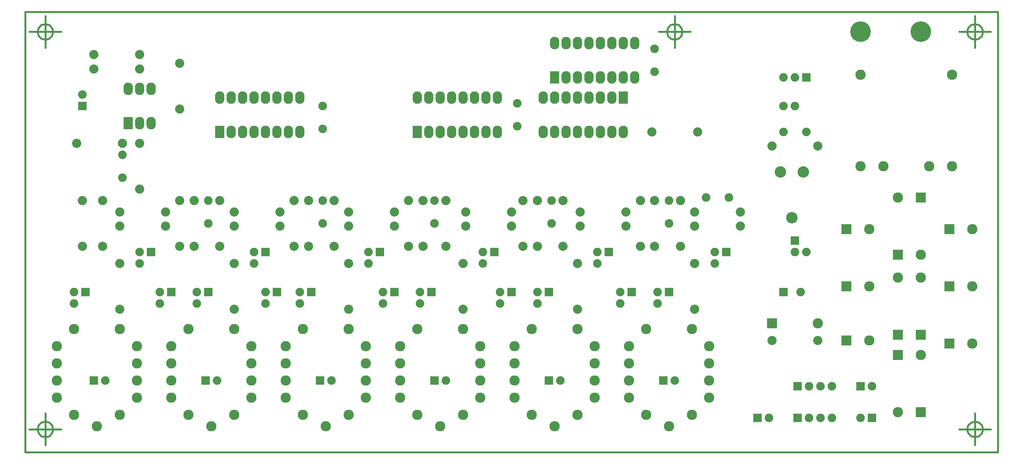
<source format=gbr>
G04 (Genere par PCBnew (20080825c)) le 18/8/2009-19:22:28*
G01*
G70*
G90*
%MOIN*%
G04 Gerber Fmt 3.4, Leading zero omitted, Abs format*
%FSLAX34Y34*%
G04 APERTURE LIST*
%ADD10C,0.015000*%
%ADD11C,0.012000*%
%ADD12C,0.070000*%
%ADD13R,0.062000X0.090000*%
%ADD14O,0.062000X0.090000*%
%ADD15C,0.055000*%
%ADD16R,0.070000X0.070000*%
%ADD17R,0.055000X0.055000*%
%ADD18C,0.060000*%
%ADD19C,0.160000*%
%ADD20C,0.080000*%
%ADD21C,0.045000*%
%ADD22C,0.017000*%
%ADD23C,0.005000*%
%ADD24C,0.001000*%
%ADD25C,0.008000*%
%ADD26C,0.010000*%
%ADD27C,0.090000*%
%ADD28R,0.082000X0.110000*%
%ADD29O,0.082000X0.110000*%
%ADD30C,0.075000*%
%ADD31R,0.090000X0.090000*%
%ADD32R,0.075000X0.075000*%
%ADD33C,0.180000*%
%ADD34C,0.100000*%
G04 APERTURE END LIST*
G54D10*
X96500Y-57250D02*
X96750Y-57250D01*
X89750Y-57250D02*
X96500Y-57250D01*
X71250Y-18750D02*
X96750Y-18750D01*
X11750Y-18750D02*
X12250Y-18750D01*
X11750Y-57250D02*
X11750Y-18750D01*
X12250Y-57250D02*
X11750Y-57250D01*
X96750Y-18750D02*
X96750Y-57250D01*
X69189Y-20500D02*
X69096Y-20844D01*
X69096Y-20844D02*
X68844Y-21096D01*
X68844Y-21096D02*
X68500Y-21189D01*
X68500Y-21189D02*
X68156Y-21096D01*
X68156Y-21096D02*
X67904Y-20844D01*
X67904Y-20844D02*
X67811Y-20500D01*
X67811Y-20500D02*
X67904Y-20156D01*
X67904Y-20156D02*
X68156Y-19904D01*
X68156Y-19904D02*
X68500Y-19811D01*
X68500Y-19811D02*
X68844Y-19904D01*
X68844Y-19904D02*
X69096Y-20156D01*
X69096Y-20156D02*
X69189Y-20500D01*
X67122Y-20500D02*
X69878Y-20500D01*
X68500Y-19122D02*
X68500Y-21878D01*
X14189Y-20500D02*
X14096Y-20844D01*
X14096Y-20844D02*
X13844Y-21096D01*
X13844Y-21096D02*
X13500Y-21189D01*
X13500Y-21189D02*
X13156Y-21096D01*
X13156Y-21096D02*
X12904Y-20844D01*
X12904Y-20844D02*
X12811Y-20500D01*
X12811Y-20500D02*
X12904Y-20156D01*
X12904Y-20156D02*
X13156Y-19904D01*
X13156Y-19904D02*
X13500Y-19811D01*
X13500Y-19811D02*
X13844Y-19904D01*
X13844Y-19904D02*
X14096Y-20156D01*
X14096Y-20156D02*
X14189Y-20500D01*
X12122Y-20500D02*
X14878Y-20500D01*
X13500Y-19122D02*
X13500Y-21878D01*
X14189Y-55250D02*
X14096Y-55594D01*
X14096Y-55594D02*
X13844Y-55846D01*
X13844Y-55846D02*
X13500Y-55939D01*
X13500Y-55939D02*
X13156Y-55846D01*
X13156Y-55846D02*
X12904Y-55594D01*
X12904Y-55594D02*
X12811Y-55250D01*
X12811Y-55250D02*
X12904Y-54906D01*
X12904Y-54906D02*
X13156Y-54654D01*
X13156Y-54654D02*
X13500Y-54561D01*
X13500Y-54561D02*
X13844Y-54654D01*
X13844Y-54654D02*
X14096Y-54906D01*
X14096Y-54906D02*
X14189Y-55250D01*
X12122Y-55250D02*
X14878Y-55250D01*
X13500Y-53872D02*
X13500Y-56628D01*
X95439Y-20500D02*
X95346Y-20844D01*
X95346Y-20844D02*
X95094Y-21096D01*
X95094Y-21096D02*
X94750Y-21189D01*
X94750Y-21189D02*
X94406Y-21096D01*
X94406Y-21096D02*
X94154Y-20844D01*
X94154Y-20844D02*
X94061Y-20500D01*
X94061Y-20500D02*
X94154Y-20156D01*
X94154Y-20156D02*
X94406Y-19904D01*
X94406Y-19904D02*
X94750Y-19811D01*
X94750Y-19811D02*
X95094Y-19904D01*
X95094Y-19904D02*
X95346Y-20156D01*
X95346Y-20156D02*
X95439Y-20500D01*
X93372Y-20500D02*
X96128Y-20500D01*
X94750Y-19122D02*
X94750Y-21878D01*
X95439Y-55250D02*
X95346Y-55594D01*
X95346Y-55594D02*
X95094Y-55846D01*
X95094Y-55846D02*
X94750Y-55939D01*
X94750Y-55939D02*
X94406Y-55846D01*
X94406Y-55846D02*
X94154Y-55594D01*
X94154Y-55594D02*
X94061Y-55250D01*
X94061Y-55250D02*
X94154Y-54906D01*
X94154Y-54906D02*
X94406Y-54654D01*
X94406Y-54654D02*
X94750Y-54561D01*
X94750Y-54561D02*
X95094Y-54654D01*
X95094Y-54654D02*
X95346Y-54906D01*
X95346Y-54906D02*
X95439Y-55250D01*
X93372Y-55250D02*
X96128Y-55250D01*
X94750Y-53872D02*
X94750Y-56628D01*
X37750Y-57250D02*
X12250Y-57250D01*
X63250Y-57250D02*
X37750Y-57250D01*
X69000Y-57250D02*
X63250Y-57250D01*
X77750Y-57250D02*
X69000Y-57250D01*
X89750Y-57250D02*
X77750Y-57250D01*
X36000Y-18750D02*
X12250Y-18750D01*
X71250Y-18750D02*
X36000Y-18750D01*
G54D27*
X70000Y-46500D03*
X66000Y-46500D03*
X64500Y-48000D03*
X64500Y-49500D03*
X64500Y-51000D03*
X64500Y-52500D03*
X66000Y-54000D03*
X68000Y-55000D03*
X70000Y-54000D03*
X71500Y-52500D03*
X71500Y-51000D03*
X71500Y-49500D03*
X71500Y-48000D03*
X60000Y-46500D03*
X56000Y-46500D03*
X54500Y-48000D03*
X54500Y-49500D03*
X54500Y-51000D03*
X54500Y-52500D03*
X56000Y-54000D03*
X58000Y-55000D03*
X60000Y-54000D03*
X61500Y-52500D03*
X61500Y-51000D03*
X61500Y-49500D03*
X61500Y-48000D03*
X50000Y-46500D03*
X46000Y-46500D03*
X44500Y-48000D03*
X44500Y-49500D03*
X44500Y-51000D03*
X44500Y-52500D03*
X46000Y-54000D03*
X48000Y-55000D03*
X50000Y-54000D03*
X51500Y-52500D03*
X51500Y-51000D03*
X51500Y-49500D03*
X51500Y-48000D03*
X40000Y-46500D03*
X36000Y-46500D03*
X34500Y-48000D03*
X34500Y-49500D03*
X34500Y-51000D03*
X34500Y-52500D03*
X36000Y-54000D03*
X38000Y-55000D03*
X40000Y-54000D03*
X41500Y-52500D03*
X41500Y-51000D03*
X41500Y-49500D03*
X41500Y-48000D03*
X30000Y-46500D03*
X26000Y-46500D03*
X24500Y-48000D03*
X24500Y-49500D03*
X24500Y-51000D03*
X24500Y-52500D03*
X26000Y-54000D03*
X28000Y-55000D03*
X30000Y-54000D03*
X31500Y-52500D03*
X31500Y-51000D03*
X31500Y-49500D03*
X31500Y-48000D03*
X20000Y-46500D03*
X16000Y-46500D03*
X14500Y-48000D03*
X14500Y-49500D03*
X14500Y-51000D03*
X14500Y-52500D03*
X16000Y-54000D03*
X18000Y-55000D03*
X20000Y-54000D03*
X21500Y-52500D03*
X21500Y-51000D03*
X21500Y-49500D03*
X21500Y-48000D03*
G54D28*
X28750Y-29250D03*
G54D29*
X29750Y-29250D03*
X30750Y-29250D03*
X31750Y-29250D03*
X32750Y-29250D03*
X33750Y-29250D03*
X34750Y-29250D03*
X35750Y-29250D03*
X35750Y-26250D03*
X34750Y-26250D03*
X33750Y-26250D03*
X32750Y-26250D03*
X31750Y-26250D03*
X30750Y-26250D03*
X29750Y-26250D03*
X28750Y-26250D03*
G54D28*
X46000Y-29250D03*
G54D29*
X47000Y-29250D03*
X48000Y-29250D03*
X49000Y-29250D03*
X50000Y-29250D03*
X51000Y-29250D03*
X52000Y-29250D03*
X53000Y-29250D03*
X53000Y-26250D03*
X52000Y-26250D03*
X51000Y-26250D03*
X50000Y-26250D03*
X49000Y-26250D03*
X48000Y-26250D03*
X47000Y-26250D03*
X46000Y-26250D03*
G54D28*
X58000Y-24500D03*
G54D29*
X59000Y-24500D03*
X60000Y-24500D03*
X61000Y-24500D03*
X62000Y-24500D03*
X63000Y-24500D03*
X64000Y-24500D03*
X65000Y-24500D03*
X65000Y-21500D03*
X64000Y-21500D03*
X63000Y-21500D03*
X62000Y-21500D03*
X61000Y-21500D03*
X60000Y-21500D03*
X59000Y-21500D03*
X58000Y-21500D03*
G54D28*
X64000Y-26250D03*
G54D29*
X63000Y-26250D03*
X62000Y-26250D03*
X61000Y-26250D03*
X60000Y-26250D03*
X59000Y-26250D03*
X58000Y-26250D03*
X57000Y-26250D03*
X57000Y-29250D03*
X58000Y-29250D03*
X59000Y-29250D03*
X60000Y-29250D03*
X61000Y-29250D03*
X62000Y-29250D03*
X63000Y-29250D03*
X64000Y-29250D03*
G54D30*
X27750Y-37250D03*
X27750Y-35250D03*
X37750Y-37250D03*
X37750Y-35250D03*
X47500Y-37250D03*
X47500Y-35250D03*
X57750Y-37250D03*
X57750Y-35250D03*
X68000Y-37250D03*
X68000Y-35250D03*
X73250Y-35000D03*
X71250Y-35000D03*
X37750Y-27000D03*
X37750Y-29000D03*
X54750Y-26750D03*
X54750Y-28750D03*
X66750Y-22000D03*
X66750Y-24000D03*
X78000Y-29250D03*
X80000Y-29250D03*
X20250Y-33250D03*
X20250Y-31250D03*
G54D27*
X81000Y-46000D03*
G54D31*
X77000Y-46000D03*
G54D27*
X90000Y-40000D03*
G54D31*
X90000Y-35000D03*
G54D27*
X88000Y-42000D03*
G54D31*
X88000Y-47000D03*
G54D27*
X90000Y-48750D03*
G54D31*
X90000Y-53750D03*
G54D27*
X88000Y-35000D03*
G54D31*
X88000Y-40000D03*
G54D27*
X90000Y-42000D03*
G54D31*
X90000Y-47000D03*
G54D27*
X88000Y-53750D03*
G54D31*
X88000Y-48750D03*
G54D32*
X75750Y-54250D03*
G54D30*
X76750Y-54250D03*
G54D32*
X67500Y-51000D03*
G54D30*
X68500Y-51000D03*
G54D32*
X57500Y-51000D03*
G54D30*
X58500Y-51000D03*
G54D32*
X47500Y-51000D03*
G54D30*
X48500Y-51000D03*
G54D32*
X37500Y-51000D03*
G54D30*
X38500Y-51000D03*
G54D32*
X27500Y-51000D03*
G54D30*
X28500Y-51000D03*
G54D32*
X17750Y-51000D03*
G54D30*
X18750Y-51000D03*
G54D32*
X85750Y-54250D03*
G54D30*
X84750Y-54250D03*
G54D20*
X16750Y-35250D03*
X16750Y-39250D03*
X25250Y-35250D03*
X25250Y-39250D03*
X26500Y-35250D03*
X26500Y-39250D03*
X35250Y-35250D03*
X35250Y-39250D03*
X36500Y-35250D03*
X36500Y-39250D03*
X45250Y-35250D03*
X45250Y-39250D03*
X46500Y-35250D03*
X46500Y-39250D03*
X55250Y-35250D03*
X55250Y-39250D03*
X56500Y-35250D03*
X56500Y-39250D03*
X65500Y-35250D03*
X65500Y-39250D03*
X66750Y-35250D03*
X66750Y-39250D03*
X20000Y-36250D03*
X24000Y-36250D03*
X24000Y-37500D03*
X20000Y-37500D03*
X30000Y-36250D03*
X34000Y-36250D03*
X34000Y-37500D03*
X30000Y-37500D03*
X40000Y-36250D03*
X44000Y-36250D03*
X44000Y-37500D03*
X40000Y-37500D03*
X50250Y-36250D03*
X54250Y-36250D03*
X54250Y-37500D03*
X50250Y-37500D03*
X60250Y-36250D03*
X64250Y-36250D03*
X64250Y-37500D03*
X60250Y-37500D03*
X70250Y-36250D03*
X74250Y-36250D03*
X74250Y-37500D03*
X70250Y-37500D03*
X21750Y-23750D03*
X17750Y-23750D03*
X21750Y-22500D03*
X17750Y-22500D03*
X25250Y-27250D03*
X25250Y-23250D03*
X70500Y-29250D03*
X66500Y-29250D03*
X69000Y-39250D03*
X69000Y-35250D03*
X58750Y-39250D03*
X58750Y-35250D03*
X48500Y-39250D03*
X48500Y-35250D03*
X38750Y-39250D03*
X38750Y-35250D03*
X28750Y-39250D03*
X28750Y-35250D03*
X18500Y-39250D03*
X18500Y-35250D03*
X21750Y-30250D03*
X21750Y-34250D03*
X20250Y-30250D03*
X16250Y-30250D03*
X20000Y-40750D03*
X20000Y-44750D03*
X30000Y-40750D03*
X30000Y-44750D03*
X40000Y-40750D03*
X40000Y-44750D03*
X50000Y-40750D03*
X50000Y-44750D03*
X60000Y-40750D03*
X60000Y-44750D03*
X70250Y-40750D03*
X70250Y-44750D03*
X81000Y-47500D03*
X77000Y-47500D03*
X77000Y-30500D03*
X81000Y-30500D03*
G54D32*
X17000Y-43250D03*
G54D30*
X16000Y-43250D03*
X16000Y-44250D03*
G54D32*
X24500Y-43250D03*
G54D30*
X23500Y-43250D03*
X23500Y-44250D03*
G54D32*
X27750Y-43250D03*
G54D30*
X26750Y-43250D03*
X26750Y-44250D03*
G54D32*
X33750Y-43250D03*
G54D30*
X32750Y-43250D03*
X32750Y-44250D03*
G54D32*
X36750Y-43250D03*
G54D30*
X35750Y-43250D03*
X35750Y-44250D03*
G54D32*
X44000Y-43250D03*
G54D30*
X43000Y-43250D03*
X43000Y-44250D03*
G54D32*
X47250Y-43250D03*
G54D30*
X46250Y-43250D03*
X46250Y-44250D03*
G54D32*
X54250Y-43250D03*
G54D30*
X53250Y-43250D03*
X53250Y-44250D03*
G54D32*
X57500Y-43250D03*
G54D30*
X56500Y-43250D03*
X56500Y-44250D03*
G54D32*
X64750Y-43250D03*
G54D30*
X63750Y-43250D03*
X63750Y-44250D03*
G54D32*
X68000Y-43250D03*
G54D30*
X67000Y-43250D03*
X67000Y-44250D03*
G54D32*
X22750Y-39750D03*
G54D30*
X21750Y-39750D03*
X21750Y-40750D03*
G54D32*
X32750Y-39750D03*
G54D30*
X31750Y-39750D03*
X31750Y-40750D03*
G54D32*
X42750Y-39750D03*
G54D30*
X41750Y-39750D03*
X41750Y-40750D03*
G54D32*
X52750Y-39750D03*
G54D30*
X51750Y-39750D03*
X51750Y-40750D03*
G54D32*
X62750Y-39750D03*
G54D30*
X61750Y-39750D03*
X61750Y-40750D03*
G54D32*
X73000Y-39750D03*
G54D30*
X72000Y-39750D03*
X72000Y-40750D03*
G54D32*
X79000Y-38750D03*
G54D30*
X79000Y-39750D03*
X80000Y-39750D03*
G54D27*
X84750Y-24250D03*
X92750Y-24250D03*
X92750Y-32250D03*
X90750Y-32250D03*
X84750Y-32250D03*
X86750Y-32250D03*
G54D33*
X90000Y-20500D03*
X84750Y-20500D03*
G54D30*
X79000Y-27000D03*
X78000Y-27000D03*
G54D32*
X78000Y-43250D03*
G54D30*
X79500Y-43250D03*
G54D32*
X16750Y-27000D03*
G54D30*
X16750Y-26000D03*
G54D31*
X83500Y-47500D03*
G54D27*
X85500Y-47500D03*
G54D31*
X83500Y-42750D03*
G54D27*
X85500Y-42750D03*
G54D31*
X83500Y-37750D03*
G54D27*
X85500Y-37750D03*
G54D31*
X92500Y-47750D03*
G54D27*
X94500Y-47750D03*
G54D31*
X92500Y-42750D03*
G54D27*
X94500Y-42750D03*
G54D31*
X92500Y-37750D03*
G54D27*
X94500Y-37750D03*
G54D32*
X84750Y-51500D03*
G54D30*
X85750Y-51500D03*
G54D32*
X80000Y-24500D03*
G54D30*
X79000Y-24500D03*
X78000Y-24500D03*
G54D32*
X79250Y-51500D03*
G54D30*
X80250Y-51500D03*
X81250Y-51500D03*
X82250Y-51500D03*
G54D32*
X79250Y-54250D03*
G54D30*
X80250Y-54250D03*
X81250Y-54250D03*
X82250Y-54250D03*
G54D34*
X79750Y-32750D03*
X78750Y-36750D03*
X77750Y-32750D03*
G54D28*
X20750Y-28500D03*
G54D29*
X20750Y-25500D03*
X21750Y-28500D03*
X21750Y-25500D03*
X22750Y-28500D03*
X22750Y-25500D03*
M02*

</source>
